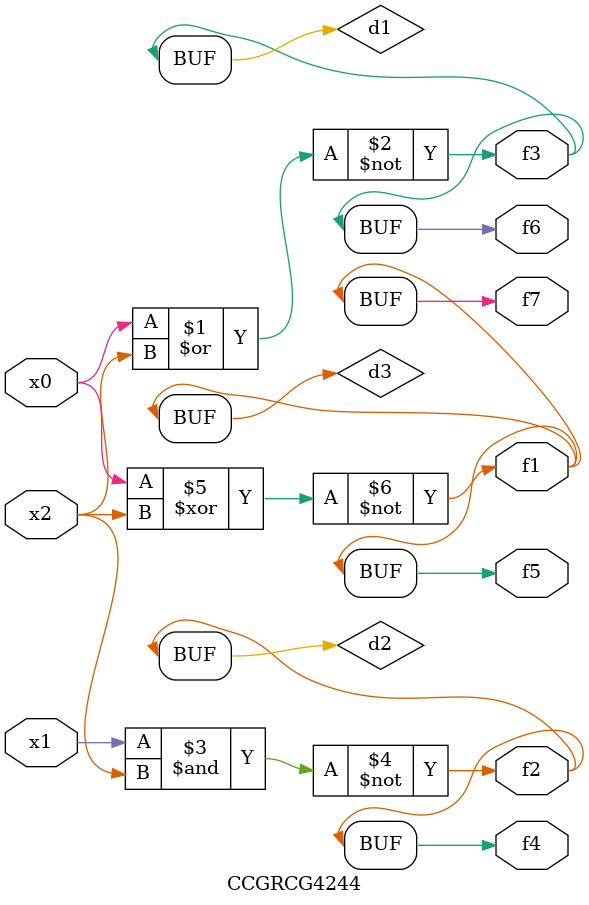
<source format=v>
module CCGRCG4244(
	input x0, x1, x2,
	output f1, f2, f3, f4, f5, f6, f7
);

	wire d1, d2, d3;

	nor (d1, x0, x2);
	nand (d2, x1, x2);
	xnor (d3, x0, x2);
	assign f1 = d3;
	assign f2 = d2;
	assign f3 = d1;
	assign f4 = d2;
	assign f5 = d3;
	assign f6 = d1;
	assign f7 = d3;
endmodule

</source>
